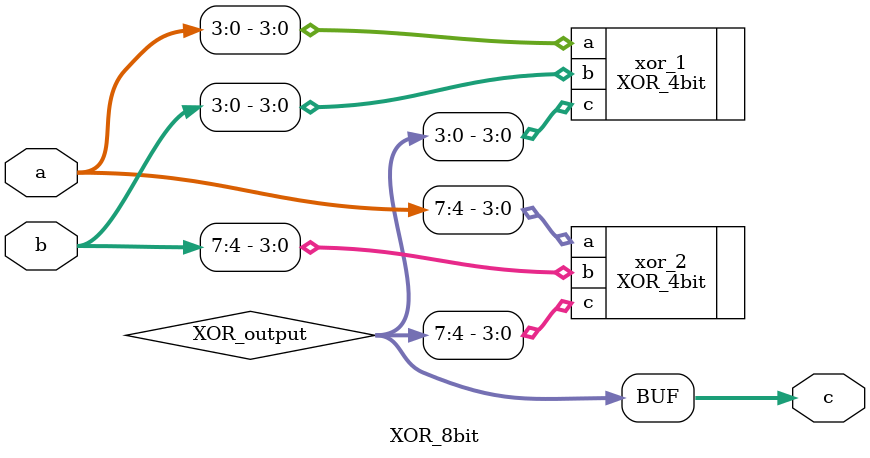
<source format=v>
`include "XOR_4bit.v"

module XOR_8bit(
	input wire [7:0] a,
	input wire [7:0] b,
	output wire [7:0] c
);

wire [7:0] XOR_output;

XOR_4bit xor_1(
	.a(a[3:0]),
	.b(b[3:0]),
	.c(XOR_output[3:0])
);

XOR_4bit xor_2(
	.a(a[7:4]),
	.b(b[7:4]),
	.c(XOR_output[7:4])
);

assign c = XOR_output;

endmodule

</source>
